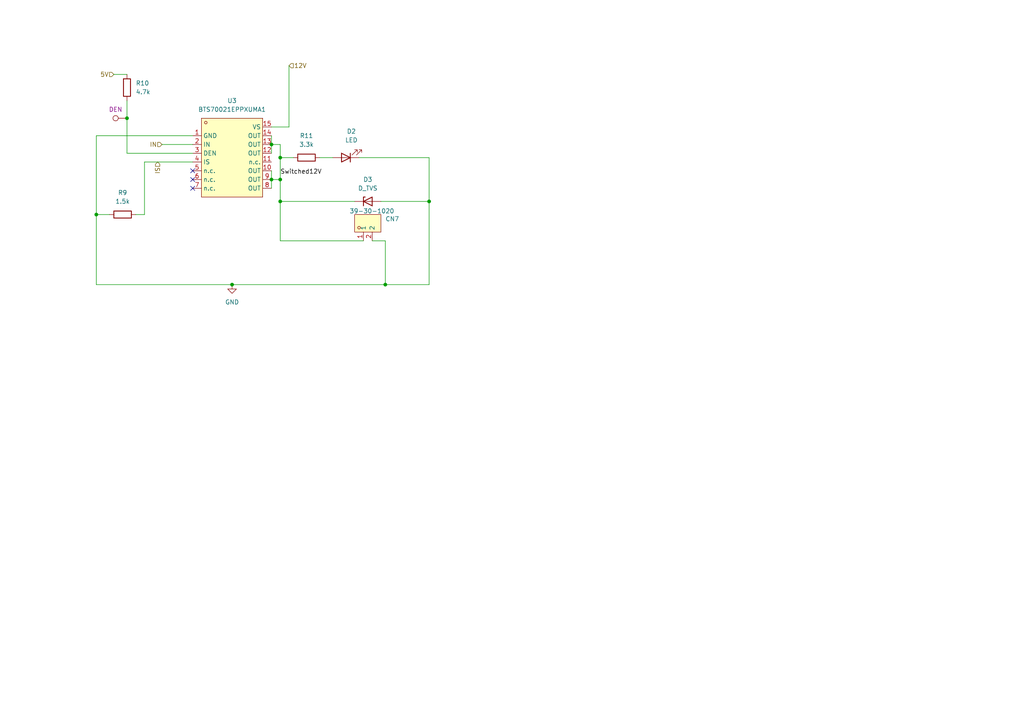
<source format=kicad_sch>
(kicad_sch (version 20250114) (generator "eeschema") (generator_version "9.0")
  (paper "A4")
  (lib_symbols
    (symbol "Device:D_Zener" (pin_numbers (hide yes)) (pin_names (offset 1.016) (hide yes))
      (property "Reference" "D" (at 0 2.54 0))
      (property "Value" "D_Zener" (at 0 -2.54 0))
      (symbol "D_Zener_0_1"
        (polyline (pts (xy -1.27 -1.27) (xy -1.27 1.27) (xy -0.762 1.27)) (stroke (width 0.254)))
        (polyline (pts (xy 1.27 0) (xy -1.27 0)))
        (polyline (pts (xy 1.27 -1.27) (xy 1.27 1.27) (xy -1.27 0) (xy 1.27 -1.27)) (stroke (width 0.254)))
      )
      (symbol "D_Zener_1_1"
        (pin passive line (at -3.81 0 0) (length 2.54) (name "K") (number "1"))
        (pin passive line (at 3.81 0 180) (length 2.54) (name "A") (number "2"))
      )
    )
    (symbol "Device:LED" (pin_numbers (hide yes)) (pin_names (offset 1.016) (hide yes))
      (property "Reference" "D" (at 0 2.54 0))
      (property "Value" "LED" (at 0 -2.54 0))
      (symbol "LED_0_1"
        (polyline (pts (xy -3.048 -0.762) (xy -4.572 -2.286) (xy -3.81 -2.286) (xy -4.572 -2.286) (xy -4.572 -1.524)))
        (polyline (pts (xy -1.778 -0.762) (xy -3.302 -2.286) (xy -2.54 -2.286) (xy -3.302 -2.286) (xy -3.302 -1.524)))
        (polyline (pts (xy -1.27 0) (xy 1.27 0)))
        (polyline (pts (xy -1.27 -1.27) (xy -1.27 1.27)) (stroke (width 0.254)))
        (polyline (pts (xy 1.27 -1.27) (xy 1.27 1.27) (xy -1.27 0) (xy 1.27 -1.27)) (stroke (width 0.254)))
      )
      (symbol "LED_1_1"
        (pin passive line (at -3.81 0 0) (length 2.54) (name "K") (number "1"))
        (pin passive line (at 3.81 0 180) (length 2.54) (name "A") (number "2"))
      )
    )
    (symbol "Device:R" (pin_numbers (hide yes)) (pin_names (offset 0))
      (property "Reference" "R" (at 2.032 0 90))
      (property "Value" "R" (at 0 0 90))
      (symbol "R_0_1"
        (rectangle (start -1.016 -2.54) (end 1.016 2.54) (stroke (width 0.254)))
      )
      (symbol "R_1_1"
        (pin passive line (at 0 3.81 270) (length 1.27) (name "~") (number "1"))
        (pin passive line (at 0 -3.81 90) (length 1.27) (name "~") (number "2"))
      )
    )
    (symbol "easyeda2kicad:39-30-1020"
      (property "Reference" "CN" (at 0 6.35 0))
      (property "Value" "39-30-1020" (at 0 -6.35 0))
      (symbol "39-30-1020_0_1"
        (rectangle (start -3.81 3.81) (end 1.27 -3.81) (fill (type background)))
        (circle (center 0 -2.54) (radius 0.38))
        (pin unspecified line (at 3.81 1.27 180) (length 2.54) (name "2") (number "2"))
        (pin unspecified line (at 3.81 -1.27 180) (length 2.54) (name "1") (number "1"))
      )
    )
    (symbol "easyeda2kicad:BTS70021EPPXUMA1"
      (property "Reference" "U" (at 0 13.97 0))
      (property "Value" "BTS70021EPPXUMA1" (at 0 -13.97 0))
      (symbol "BTS70021EPPXUMA1_0_1"
        (rectangle (start -8.89 11.43) (end 8.89 -11.43) (fill (type background)))
        (circle (center -7.62 10.16) (radius 0.38))
        (pin unspecified line (at -11.43 6.35 0) (length 2.54) (name "GND") (number "1"))
        (pin unspecified line (at -11.43 3.81 0) (length 2.54) (name "IN") (number "2"))
        (pin unspecified line (at -11.43 1.27 0) (length 2.54) (name "DEN") (number "3"))
        (pin unspecified line (at -11.43 -1.27 0) (length 2.54) (name "IS") (number "4"))
        (pin unspecified line (at -11.43 -3.81 0) (length 2.54) (name "n.c.") (number "5"))
        (pin unspecified line (at -11.43 -6.35 0) (length 2.54) (name "n.c.") (number "6"))
        (pin unspecified line (at -11.43 -8.89 0) (length 2.54) (name "n.c.") (number "7"))
        (pin unspecified line (at 11.43 8.89 180) (length 2.54) (name "VS") (number "15"))
        (pin unspecified line (at 11.43 6.35 180) (length 2.54) (name "OUT") (number "14"))
        (pin unspecified line (at 11.43 3.81 180) (length 2.54) (name "OUT") (number "13"))
        (pin unspecified line (at 11.43 1.27 180) (length 2.54) (name "OUT") (number "12"))
        (pin unspecified line (at 11.43 -1.27 180) (length 2.54) (name "n.c.") (number "11"))
        (pin unspecified line (at 11.43 -3.81 180) (length 2.54) (name "OUT") (number "10"))
        (pin unspecified line (at 11.43 -6.35 180) (length 2.54) (name "OUT") (number "9"))
        (pin unspecified line (at 11.43 -8.89 180) (length 2.54) (name "OUT") (number "8"))
      )
    )
    (symbol "easyeda2kicad:LabeledTestPoint" (pin_numbers (hide yes)) (pin_names (offset 0.762) (hide yes)) (in_bom no)
      (property "Label" "label" (at 0 5.08 0))
      (symbol "LabeledTestPoint_0_1"
        (circle (center 0 3.302) (radius 0.762))
      )
      (symbol "LabeledTestPoint_1_1"
        (pin passive line (at 0 0 90) (length 2.54) (name "1") (number "1"))
      )
    )
    (symbol "power:GND" (power) (pin_numbers (hide yes)) (pin_names (offset 0) (hide yes))
      (property "Value" "GND" (at 0 -3.81 0))
      (symbol "GND_0_1"
        (polyline (pts (xy 0 0) (xy 0 -1.27) (xy 1.27 -1.27) (xy 0 -2.54) (xy -1.27 -1.27) (xy 0 -1.27)))
      )
      (symbol "GND_1_1"
        (pin power_in line (at 0 0 270) (length 0) (name "~") (number "1"))
      )
    )
  )
  (junction (at 67.31 82.55))
  (junction (at 78.74 41.91))
  (junction (at 81.28 52.07))
  (junction (at 111.76 82.55))
  (junction (at 124.46 58.42))
  (junction (at 81.28 58.42))
  (junction (at 36.83 34.29))
  (junction (at 81.28 45.72))
  (junction (at 27.94 62.23))
  (junction (at 78.74 52.07))
  (no_connect (at 55.88 54.61))
  (no_connect (at 55.88 49.53))
  (no_connect (at 55.88 52.07))
  (wire (pts (xy 78.74 41.91) (xy 78.74 44.45)))
  (wire (pts (xy 110.49 58.42) (xy 124.46 58.42)))
  (wire (pts (xy 92.71 45.72) (xy 96.52 45.72)))
  (wire (pts (xy 55.88 39.37) (xy 27.94 39.37)))
  (wire (pts (xy 27.94 62.23) (xy 27.94 82.55)))
  (wire (pts (xy 67.31 82.55) (xy 111.76 82.55)))
  (wire (pts (xy 81.28 52.07) (xy 78.74 52.07)))
  (wire (pts (xy 83.82 36.83) (xy 78.74 36.83)))
  (wire (pts (xy 33.02 21.59) (xy 36.83 21.59)))
  (wire (pts (xy 39.37 62.23) (xy 41.91 62.23)))
  (wire (pts (xy 81.28 45.72) (xy 81.28 52.07)))
  (wire (pts (xy 41.91 46.99) (xy 55.88 46.99)))
  (wire (pts (xy 46.99 41.91) (xy 55.88 41.91)))
  (wire (pts (xy 78.74 39.37) (xy 78.74 41.91)))
  (wire (pts (xy 78.74 52.07) (xy 78.74 54.61)))
  (wire (pts (xy 36.83 34.29) (xy 36.83 44.45)))
  (wire (pts (xy 81.28 69.85) (xy 105.41 69.85)))
  (wire (pts (xy 107.95 69.85) (xy 111.76 69.85)))
  (wire (pts (xy 124.46 58.42) (xy 124.46 82.55)))
  (wire (pts (xy 81.28 52.07) (xy 81.28 58.42)))
  (wire (pts (xy 111.76 69.85) (xy 111.76 82.55)))
  (wire (pts (xy 83.82 19.05) (xy 83.82 36.83)))
  (wire (pts (xy 78.74 41.91) (xy 81.28 41.91)))
  (wire (pts (xy 81.28 45.72) (xy 85.09 45.72)))
  (wire (pts (xy 27.94 39.37) (xy 27.94 62.23)))
  (wire (pts (xy 104.14 45.72) (xy 124.46 45.72)))
  (wire (pts (xy 36.83 44.45) (xy 55.88 44.45)))
  (wire (pts (xy 41.91 62.23) (xy 41.91 46.99)))
  (wire (pts (xy 36.83 29.21) (xy 36.83 34.29)))
  (wire (pts (xy 124.46 82.55) (xy 111.76 82.55)))
  (wire (pts (xy 124.46 45.72) (xy 124.46 58.42)))
  (wire (pts (xy 81.28 58.42) (xy 81.28 69.85)))
  (wire (pts (xy 81.28 41.91) (xy 81.28 45.72)))
  (wire (pts (xy 27.94 82.55) (xy 67.31 82.55)))
  (wire (pts (xy 27.94 62.23) (xy 31.75 62.23)))
  (wire (pts (xy 81.28 58.42) (xy 102.87 58.42)))
  (wire (pts (xy 78.74 49.53) (xy 78.74 52.07)))
  (label "Switched12V" (at 81.28 50.8 0))
  (hierarchical_label "5V" (shape input) (at 33.02 21.59 180))
  (hierarchical_label "12V" (shape input) (at 83.82 19.05 0))
  (hierarchical_label "IN" (shape input) (at 46.99 41.91 180))
  (hierarchical_label "IS" (shape input) (at 45.72 46.99 270))
  (symbol (lib_id "Device:R") (at 36.83 25.4 0) (unit 1)
    (property "Reference" "R10" (at 39.37 24.1299 0) (effects (justify left)))
    (property "Value" "4.7k" (at 39.37 26.6699 0) (effects (justify left)))
    (property "Footprint" "Resistor_SMD:R_0603_1608Metric" (effects (hide yes)))
    (property "Description" "Resistor" (effects (hide yes)))
    (instances (project "locks" (path "" (reference "R10") (unit 1)) (path "" (reference "R16") (unit 1))))
  )
  (symbol (lib_id "Device:LED") (at 100.33 45.72 180) (unit 1)
    (property "Reference" "D2" (at 101.9175 38.1 0))
    (property "Value" "LED" (at 101.9175 40.64 0))
    (property "Footprint" "LED_SMD:LED_0603_1608Metric" (effects (hide yes)))
    (property "Description" "Light emitting diode" (effects (hide yes)))
    (property "Sim.Pins" "1=K 2=A" (effects (hide yes)))
    (property "LCSC Part" "C2286" (effects (hide yes)))
    (instances (project "locks" (path "" (reference "D2") (unit 1)) (path "" (reference "D4") (unit 1))))
  )
  (symbol (lib_id "Device:D_Zener") (at 106.68 58.42 0) (unit 1)
    (property "Reference" "D3" (at 106.68 52.07 0))
    (property "Value" "D_TVS" (at 106.68 54.61 0))
    (property "Footprint" "Diode_SMD:D_SMB" (effects (hide yes)))
    (property "Description" "TVS diode" (effects (hide yes)))
    (property "LCSC Part" "C151256" (effects (hide yes)))
    (instances (project "locks" (path "" (reference "D3") (unit 1)) (path "" (reference "D5") (unit 1))))
  )
  (symbol (lib_id "Device:R") (at 35.56 62.23 270) (unit 1)
    (property "Reference" "R9" (at 35.56 55.88 90))
    (property "Value" "1.5k" (at 35.56 58.42 90))
    (property "Footprint" "Resistor_SMD:R_0603_1608Metric" (effects (hide yes)))
    (property "Description" "Resistor" (effects (hide yes)))
    (instances (project "locks" (path "" (reference "R9") (unit 1)) (path "" (reference "R15") (unit 1))))
  )
  (symbol (lib_id "easyeda2kicad:BTS70021EPPXUMA1") (at 67.31 45.72 0) (unit 1)
    (property "Reference" "U3" (at 67.31 29.21 0))
    (property "Value" "BTS70021EPPXUMA1" (at 67.31 31.75 0))
    (property "Footprint" "easyeda2kicad:PG-TSDSO-14_L4.9-W3.9-P0.65-LS6.0-BL-EP" (effects (hide yes)))
    (property "LCSC Part" "C2680407" (effects (hide yes)))
    (instances (project "locks" (path "" (reference "U3") (unit 1)) (path "" (reference "U6") (unit 1))))
  )
  (symbol (lib_id "power:GND") (at 67.31 82.55 0) (unit 1)
    (property "Reference" "#PWR012" (effects (hide yes)))
    (property "Value" "GND" (at 67.31 87.63 0))
    (property "Description" "Power symbol creates a global label with name \"GND\" , ground" (effects (hide yes)))
    (instances (project "locks" (path "" (reference "#PWR012") (unit 1)) (path "" (reference "#PWR017") (unit 1))))
  )
  (symbol (lib_id "easyeda2kicad:39-30-1020") (at 106.68 66.04 270) (unit 1)
    (property "Reference" "CN7" (at 111.76 63.4999 90) (effects (justify left)))
    (property "Value" "39-30-1020" (at 101.346 61.214 90) (effects (justify left)))
    (property "Footprint" "easyeda2kicad:CONN-TH_2P-P5.50_39-30-1020" (effects (hide yes)))
    (property "Datasheet" "https://lcsc.com/product-detail/Others_MOLEX_39-30-1020_MOLEX-39-30-1020_C240832.html" (effects (hide yes)))
    (property "LCSC Part" "C240832" (effects (hide yes)))
    (instances (project "locks" (path "" (reference "CN7") (unit 1)) (path "" (reference "CN8") (unit 1))))
  )
  (symbol (lib_id "easyeda2kicad:LabeledTestPoint") (at 36.83 34.29 90) (unit 1) (in_bom no)
    (property "Reference" "TP15" (effects (hide yes)))
    (property "Value" "LabeledTestPoint" (effects (hide yes)))
    (property "Footprint" "easyeda2kicad:LabeledTestPoint" (effects (hide yes)))
    (property "Description" "test point" (effects (hide yes)))
    (property "Label" "DEN" (at 33.528 31.75 90))
    (instances (project "locks" (path "" (reference "TP15") (unit 1)) (path "" (reference "TP17") (unit 1))))
  )
  (symbol (lib_id "Device:R") (at 88.9 45.72 90) (unit 1)
    (property "Reference" "R11" (at 88.9 39.37 90))
    (property "Value" "3.3k" (at 88.9 41.91 90))
    (property "Footprint" "Resistor_SMD:R_0603_1608Metric" (effects (hide yes)))
    (property "Description" "Resistor" (effects (hide yes)))
    (instances (project "locks" (path "" (reference "R11") (unit 1)) (path "" (reference "R17") (unit 1))))
  )
)
</source>
